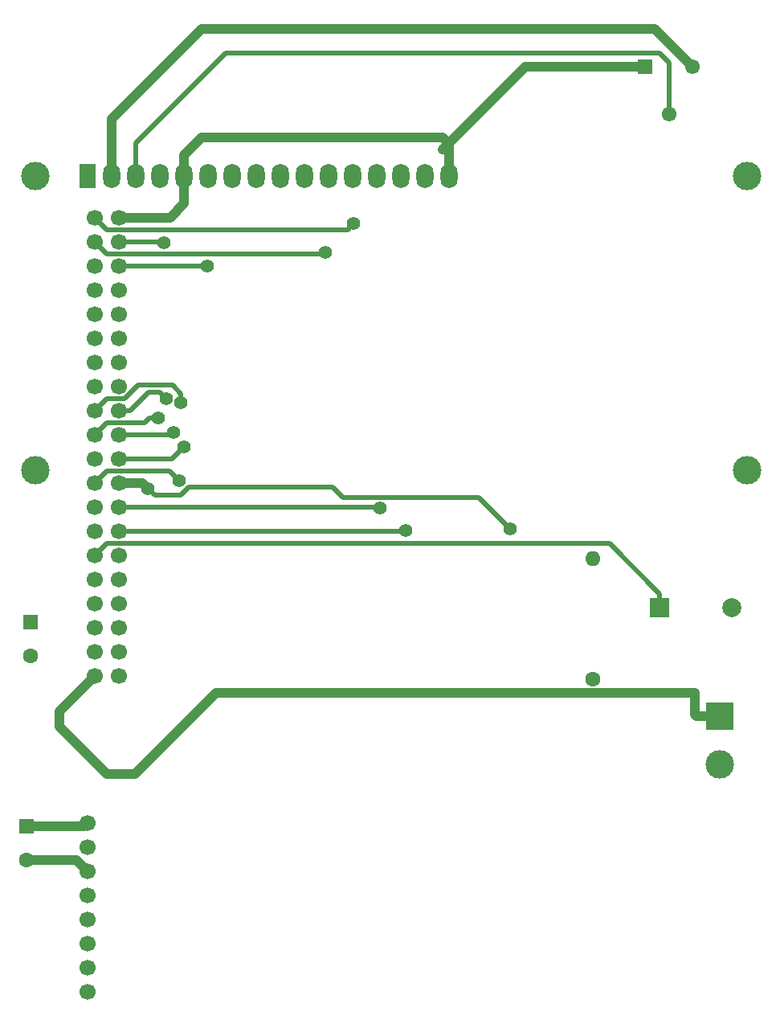
<source format=gbr>
G04 #@! TF.GenerationSoftware,KiCad,Pcbnew,5.1.5-52549c5~84~ubuntu18.04.1*
G04 #@! TF.CreationDate,2020-03-10T09:35:07+09:00*
G04 #@! TF.ProjectId,RFID-RC522_Raspberrypi,52464944-2d52-4433-9532-325f52617370,rev?*
G04 #@! TF.SameCoordinates,Original*
G04 #@! TF.FileFunction,Copper,L2,Bot*
G04 #@! TF.FilePolarity,Positive*
%FSLAX46Y46*%
G04 Gerber Fmt 4.6, Leading zero omitted, Abs format (unit mm)*
G04 Created by KiCad (PCBNEW 5.1.5-52549c5~84~ubuntu18.04.1) date 2020-03-10 09:35:07*
%MOMM*%
%LPD*%
G04 APERTURE LIST*
%ADD10C,1.700000*%
%ADD11R,2.000000X2.000000*%
%ADD12C,2.000000*%
%ADD13R,1.600000X1.600000*%
%ADD14C,1.600000*%
%ADD15R,1.800000X2.600000*%
%ADD16O,1.800000X2.600000*%
%ADD17C,3.000000*%
%ADD18R,3.000000X3.000000*%
%ADD19O,1.600000X1.600000*%
%ADD20C,1.550000*%
%ADD21R,1.550000X1.550000*%
%ADD22C,1.399540*%
%ADD23C,1.016000*%
%ADD24C,0.508000*%
%ADD25C,0.381000*%
G04 APERTURE END LIST*
D10*
X148730000Y-69370000D03*
X151270000Y-69370000D03*
X148730000Y-71910000D03*
X151270000Y-71910000D03*
X148730000Y-74450000D03*
X151270000Y-74450000D03*
X148730000Y-76990000D03*
X151270000Y-76990000D03*
X148730000Y-79530000D03*
X151270000Y-79530000D03*
X148730000Y-82070000D03*
X151270000Y-82070000D03*
X148730000Y-84610000D03*
X151270000Y-84610000D03*
X148730000Y-87150000D03*
X151270000Y-87150000D03*
X148730000Y-89690000D03*
X151270000Y-89690000D03*
X148730000Y-92230000D03*
X151270000Y-92230000D03*
X148730000Y-94770000D03*
X151270000Y-94770000D03*
X148730000Y-97310000D03*
X151270000Y-97310000D03*
X148730000Y-99850000D03*
X151270000Y-99850000D03*
X148730000Y-102390000D03*
X151270000Y-102390000D03*
X148730000Y-104930000D03*
X151270000Y-104930000D03*
X148730000Y-107470000D03*
X151270000Y-107470000D03*
X148730000Y-110010000D03*
X151270000Y-110010000D03*
X148730000Y-112550000D03*
X151270000Y-112550000D03*
X148730000Y-115090000D03*
X151270000Y-115090000D03*
X148730000Y-117630000D03*
X151270000Y-117630000D03*
X148000000Y-133110000D03*
X148000000Y-135650000D03*
X148000000Y-138190000D03*
X148000000Y-140730000D03*
X148000000Y-143270000D03*
X148000000Y-145810000D03*
X148000000Y-148350000D03*
X148000000Y-150890000D03*
D11*
X208280000Y-110490000D03*
D12*
X215880000Y-110490000D03*
D13*
X141500000Y-133500000D03*
D14*
X141500000Y-137000000D03*
D15*
X148000000Y-65000000D03*
D16*
X150540000Y-65000000D03*
X153080000Y-65000000D03*
X155620000Y-65000000D03*
X158160000Y-65000000D03*
X160700000Y-65000000D03*
X163240000Y-65000000D03*
X165780000Y-65000000D03*
X168320000Y-65000000D03*
X170860000Y-65000000D03*
X173400000Y-65000000D03*
X175940000Y-65000000D03*
X178480000Y-65000000D03*
X181020000Y-65000000D03*
X183560000Y-65000000D03*
X186100000Y-65000000D03*
D17*
X142500900Y-65000000D03*
X142500900Y-96000700D03*
X217499480Y-96000700D03*
X217500000Y-65000000D03*
D18*
X214630000Y-121920000D03*
D17*
X214630000Y-127000000D03*
D14*
X201250000Y-118000000D03*
D19*
X201250000Y-105300000D03*
D20*
X211750000Y-53500000D03*
D21*
X206750000Y-53500000D03*
D20*
X209250000Y-58500000D03*
D13*
X142000000Y-112000000D03*
D14*
X142000000Y-115500000D03*
D22*
X192506600Y-102158800D03*
X154346355Y-97934793D03*
X156000000Y-72000000D03*
X160550000Y-74450000D03*
X173000000Y-73000000D03*
X176000000Y-70000000D03*
X178790600Y-99974400D03*
X181533800Y-102311200D03*
X157000000Y-92000000D03*
X157816218Y-88896220D03*
X158103780Y-93528965D03*
X156303852Y-88473010D03*
X155450135Y-90457565D03*
X157662352Y-97101371D03*
D23*
X151270000Y-69370000D02*
X156690000Y-69370000D01*
X158160000Y-67900000D02*
X158160000Y-65000000D01*
X156690000Y-69370000D02*
X158160000Y-67900000D01*
X158160000Y-65000000D02*
X158160000Y-62820000D01*
X186100000Y-61640000D02*
X186100000Y-65000000D01*
X185420000Y-60960000D02*
X186100000Y-61640000D01*
X160020000Y-60960000D02*
X185420000Y-60960000D01*
X158160000Y-62820000D02*
X160020000Y-60960000D01*
X206750000Y-53500000D02*
X194150000Y-53500000D01*
X194150000Y-53500000D02*
X185420000Y-62230000D01*
X146810000Y-137000000D02*
X148000000Y-138190000D01*
X141500000Y-137000000D02*
X146810000Y-137000000D01*
X150540000Y-65000000D02*
X150540000Y-59010000D01*
X207780000Y-49530000D02*
X211750000Y-53500000D01*
X160020000Y-49530000D02*
X207780000Y-49530000D01*
X150540000Y-59010000D02*
X160020000Y-49530000D01*
X147610000Y-133500000D02*
X148000000Y-133110000D01*
X141500000Y-133500000D02*
X147610000Y-133500000D01*
D24*
X189216356Y-98868556D02*
X192506600Y-102158800D01*
X174868556Y-98868556D02*
X189216356Y-98868556D01*
X177080584Y-98868556D02*
X174868556Y-98868556D01*
X173775303Y-97775303D02*
X158621998Y-97775303D01*
X157762739Y-98634562D02*
X155046124Y-98634562D01*
X155046124Y-98634562D02*
X154346355Y-97934793D01*
X158621998Y-97775303D02*
X157762739Y-98634562D01*
D23*
X151270000Y-97310000D02*
X153721562Y-97310000D01*
X153721562Y-97310000D02*
X154346355Y-97934793D01*
D24*
X174868556Y-98868556D02*
X173775303Y-97775303D01*
X208280000Y-108982000D02*
X208280000Y-110490000D01*
X202973999Y-103675999D02*
X208280000Y-108982000D01*
X149984001Y-103675999D02*
X202973999Y-103675999D01*
X148730000Y-104930000D02*
X149984001Y-103675999D01*
X209250000Y-58500000D02*
X209250000Y-53040000D01*
X153080000Y-61550000D02*
X153080000Y-65000000D01*
X162560000Y-52070000D02*
X153080000Y-61550000D01*
X208280000Y-52070000D02*
X162560000Y-52070000D01*
X209250000Y-53040000D02*
X208280000Y-52070000D01*
X155620000Y-65000000D02*
X155620000Y-65400000D01*
X151270000Y-71910000D02*
X155910000Y-71910000D01*
X155910000Y-71910000D02*
X156000000Y-72000000D01*
X151270000Y-74450000D02*
X160550000Y-74450000D01*
X149984001Y-73164001D02*
X170766567Y-73164001D01*
X148730000Y-71910000D02*
X149984001Y-73164001D01*
X170766567Y-73164001D02*
X172835999Y-73164001D01*
X172835999Y-73164001D02*
X173000000Y-73000000D01*
X149984001Y-70624001D02*
X171624001Y-70624001D01*
X148730000Y-69370000D02*
X149984001Y-70624001D01*
X171624001Y-70624001D02*
X175375999Y-70624001D01*
X175375999Y-70624001D02*
X176000000Y-70000000D01*
X178666200Y-99850000D02*
X178790600Y-99974400D01*
X151270000Y-99850000D02*
X178666200Y-99850000D01*
X181455000Y-102390000D02*
X181533800Y-102311200D01*
X151270000Y-102390000D02*
X181455000Y-102390000D01*
X151270000Y-92230000D02*
X154919783Y-92230000D01*
X154919783Y-92230000D02*
X156770000Y-92230000D01*
X156770000Y-92230000D02*
X157000000Y-92000000D01*
X150015999Y-88404001D02*
X151871921Y-88404001D01*
X156909622Y-87000000D02*
X157816218Y-87906596D01*
X151871921Y-88404001D02*
X153275922Y-87000000D01*
X157816218Y-87906596D02*
X157816218Y-88896220D01*
X153275922Y-87000000D02*
X156909622Y-87000000D01*
X148730000Y-89690000D02*
X150015999Y-88404001D01*
D23*
X198833001Y-119458001D02*
X211939401Y-119458001D01*
X212114000Y-121920000D02*
X214630000Y-121920000D01*
X211939401Y-121745401D02*
X212114000Y-121920000D01*
X211939401Y-119458001D02*
X211939401Y-121745401D01*
X148730000Y-117630000D02*
X145000000Y-121360000D01*
X145000000Y-121360000D02*
X145000000Y-123000000D01*
X145000000Y-123000000D02*
X150000000Y-128000000D01*
X150000000Y-128000000D02*
X153000000Y-128000000D01*
X161541999Y-119458001D02*
X198833001Y-119458001D01*
X153000000Y-128000000D02*
X161541999Y-119458001D01*
D24*
X156862745Y-94770000D02*
X158103780Y-93528965D01*
X151270000Y-94770000D02*
X156862745Y-94770000D01*
D25*
X151628200Y-89331800D02*
X151270000Y-89690000D01*
D24*
X155604083Y-87773241D02*
X156303852Y-88473010D01*
X154385994Y-87773241D02*
X155604083Y-87773241D01*
X152469235Y-89690000D02*
X154385994Y-87773241D01*
X151270000Y-89690000D02*
X152469235Y-89690000D01*
X148730000Y-92230000D02*
X149984001Y-90975999D01*
X149984001Y-90975999D02*
X153942077Y-90975999D01*
X154460511Y-90457565D02*
X155450135Y-90457565D01*
X153942077Y-90975999D02*
X154460511Y-90457565D01*
X148730000Y-97310000D02*
X149984001Y-96055999D01*
X156962583Y-96401602D02*
X157662352Y-97101371D01*
X156616980Y-96055999D02*
X156962583Y-96401602D01*
X149984001Y-96055999D02*
X156616980Y-96055999D01*
M02*

</source>
